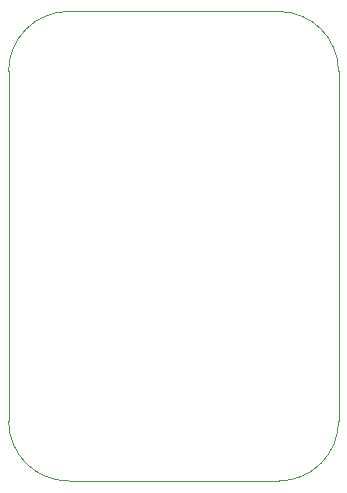
<source format=gbr>
G04 #@! TF.GenerationSoftware,KiCad,Pcbnew,(5.1.9)-1*
G04 #@! TF.CreationDate,2021-03-27T20:38:15-07:00*
G04 #@! TF.ProjectId,attiny_arduino_serial,61747469-6e79-45f6-9172-6475696e6f5f,rev?*
G04 #@! TF.SameCoordinates,Original*
G04 #@! TF.FileFunction,Profile,NP*
%FSLAX46Y46*%
G04 Gerber Fmt 4.6, Leading zero omitted, Abs format (unit mm)*
G04 Created by KiCad (PCBNEW (5.1.9)-1) date 2021-03-27 20:38:15*
%MOMM*%
%LPD*%
G01*
G04 APERTURE LIST*
G04 #@! TA.AperFunction,Profile*
%ADD10C,0.050000*%
G04 #@! TD*
G04 APERTURE END LIST*
D10*
X90170000Y-21209000D02*
X107950000Y-21209000D01*
X90170000Y-60960000D02*
X107950000Y-60960000D01*
X90170000Y-60960000D02*
G75*
G02*
X85090000Y-55880000I0J5080000D01*
G01*
X85090000Y-26289000D02*
X85090000Y-55880000D01*
X85090000Y-26289000D02*
G75*
G02*
X90170000Y-21209000I5080000J0D01*
G01*
X113030000Y-55880000D02*
X113030000Y-26289000D01*
X107950000Y-21209000D02*
G75*
G02*
X113030000Y-26289000I0J-5080000D01*
G01*
X113030000Y-55880000D02*
G75*
G02*
X107950000Y-60960000I-5080000J0D01*
G01*
M02*

</source>
